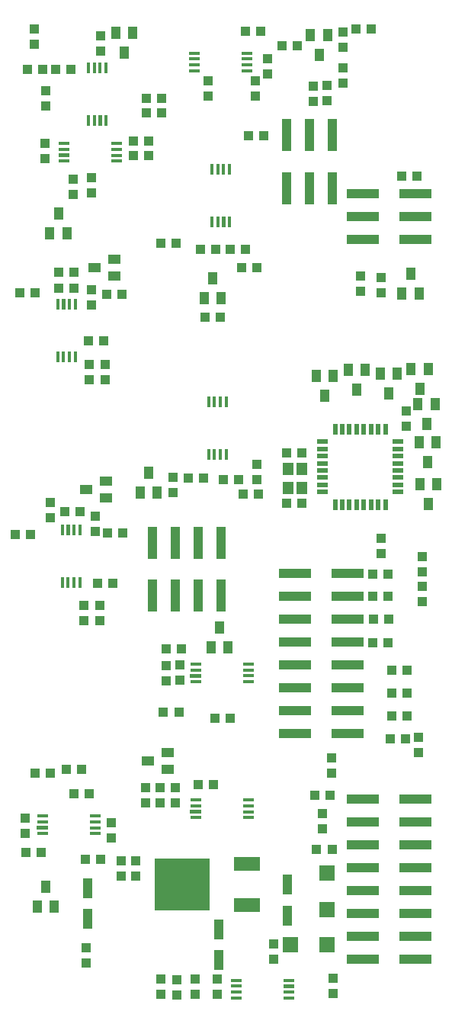
<source format=gbr>
G04 #@! TF.GenerationSoftware,KiCad,Pcbnew,(6.0.0-rc1-dev-1542-gf9f87b3ff-dirty)*
G04 #@! TF.CreationDate,2019-02-04T09:57:11-08:00
G04 #@! TF.ProjectId,qcd-23,7163642d-3233-42e6-9b69-6361645f7063,rev?*
G04 #@! TF.SameCoordinates,Original*
G04 #@! TF.FileFunction,Paste,Top*
G04 #@! TF.FilePolarity,Positive*
%FSLAX46Y46*%
G04 Gerber Fmt 4.6, Leading zero omitted, Abs format (unit mm)*
G04 Created by KiCad (PCBNEW (6.0.0-rc1-dev-1542-gf9f87b3ff-dirty)) date Monday, 04 February 2019 at 09:57:11*
%MOMM*%
%LPD*%
G04 APERTURE LIST*
%ADD10R,1.000000X1.000000*%
%ADD11R,0.400000X1.200000*%
%ADD12C,0.127000*%
%ADD13C,0.400000*%
%ADD14R,1.200000X0.400000*%
%ADD15R,1.000000X1.400000*%
%ADD16R,1.400000X1.000000*%
%ADD17R,3.556000X1.016000*%
%ADD18R,3.000000X1.600000*%
%ADD19R,6.200000X5.800000*%
%ADD20R,1.700000X1.800000*%
%ADD21R,1.000000X2.300000*%
%ADD22R,1.800000X1.700000*%
%ADD23R,1.016000X3.556000*%
%ADD24R,0.500000X1.250000*%
%ADD25R,1.250000X0.500000*%
%ADD26R,1.150000X1.400000*%
G04 APERTURE END LIST*
D10*
X128816100Y-59790700D03*
X128816100Y-58090700D03*
X146000100Y-75730100D03*
X147700100Y-75730100D03*
X148208100Y-83223100D03*
X146508100Y-83223100D03*
X127546100Y-52958100D03*
X127546100Y-51258100D03*
X128689100Y-65658100D03*
X128689100Y-63958100D03*
X163741100Y-78690100D03*
X163741100Y-80390100D03*
X150572100Y-77762100D03*
X152272100Y-77762100D03*
X133896100Y-67768100D03*
X133896100Y-69468100D03*
X138507100Y-65316100D03*
X140207100Y-65316100D03*
X140207100Y-63665100D03*
X138507100Y-63665100D03*
X168909100Y-122466100D03*
X167209100Y-122466100D03*
D11*
X149222100Y-72686100D03*
D12*
G36*
X148746844Y-72086235D02*
G01*
X148749563Y-72086638D01*
X148752228Y-72087306D01*
X148754815Y-72088231D01*
X148757299Y-72089406D01*
X148759656Y-72090819D01*
X148761863Y-72092456D01*
X148763899Y-72094301D01*
X148765744Y-72096337D01*
X148767381Y-72098544D01*
X148768794Y-72100901D01*
X148769969Y-72103385D01*
X148770894Y-72105972D01*
X148771562Y-72108637D01*
X148771965Y-72111356D01*
X148772100Y-72114100D01*
X148772100Y-73258100D01*
X148771965Y-73260844D01*
X148771562Y-73263563D01*
X148770894Y-73266228D01*
X148769969Y-73268815D01*
X148768794Y-73271299D01*
X148767381Y-73273656D01*
X148765744Y-73275863D01*
X148763899Y-73277899D01*
X148761863Y-73279744D01*
X148759656Y-73281381D01*
X148757299Y-73282794D01*
X148754815Y-73283969D01*
X148752228Y-73284894D01*
X148749563Y-73285562D01*
X148746844Y-73285965D01*
X148744100Y-73286100D01*
X148400100Y-73286100D01*
X148397356Y-73285965D01*
X148394637Y-73285562D01*
X148391972Y-73284894D01*
X148389385Y-73283969D01*
X148386901Y-73282794D01*
X148384544Y-73281381D01*
X148382337Y-73279744D01*
X148380301Y-73277899D01*
X148378456Y-73275863D01*
X148376819Y-73273656D01*
X148375406Y-73271299D01*
X148374231Y-73268815D01*
X148373306Y-73266228D01*
X148372638Y-73263563D01*
X148372235Y-73260844D01*
X148372100Y-73258100D01*
X148372100Y-72114100D01*
X148372235Y-72111356D01*
X148372638Y-72108637D01*
X148373306Y-72105972D01*
X148374231Y-72103385D01*
X148375406Y-72100901D01*
X148376819Y-72098544D01*
X148378456Y-72096337D01*
X148380301Y-72094301D01*
X148382337Y-72092456D01*
X148384544Y-72090819D01*
X148386901Y-72089406D01*
X148389385Y-72088231D01*
X148391972Y-72087306D01*
X148394637Y-72086638D01*
X148397356Y-72086235D01*
X148400100Y-72086100D01*
X148744100Y-72086100D01*
X148746844Y-72086235D01*
X148746844Y-72086235D01*
G37*
D13*
X148572100Y-72686100D03*
D11*
X147922100Y-72686100D03*
X147272100Y-72686100D03*
X147272100Y-66836100D03*
X147922100Y-66836100D03*
X148572100Y-66836100D03*
X149222100Y-66836100D03*
D14*
X130844100Y-65910100D03*
D12*
G36*
X131418844Y-65060235D02*
G01*
X131421563Y-65060638D01*
X131424228Y-65061306D01*
X131426815Y-65062231D01*
X131429299Y-65063406D01*
X131431656Y-65064819D01*
X131433863Y-65066456D01*
X131435899Y-65068301D01*
X131437744Y-65070337D01*
X131439381Y-65072544D01*
X131440794Y-65074901D01*
X131441969Y-65077385D01*
X131442894Y-65079972D01*
X131443562Y-65082637D01*
X131443965Y-65085356D01*
X131444100Y-65088100D01*
X131444100Y-65432100D01*
X131443965Y-65434844D01*
X131443562Y-65437563D01*
X131442894Y-65440228D01*
X131441969Y-65442815D01*
X131440794Y-65445299D01*
X131439381Y-65447656D01*
X131437744Y-65449863D01*
X131435899Y-65451899D01*
X131433863Y-65453744D01*
X131431656Y-65455381D01*
X131429299Y-65456794D01*
X131426815Y-65457969D01*
X131424228Y-65458894D01*
X131421563Y-65459562D01*
X131418844Y-65459965D01*
X131416100Y-65460100D01*
X130272100Y-65460100D01*
X130269356Y-65459965D01*
X130266637Y-65459562D01*
X130263972Y-65458894D01*
X130261385Y-65457969D01*
X130258901Y-65456794D01*
X130256544Y-65455381D01*
X130254337Y-65453744D01*
X130252301Y-65451899D01*
X130250456Y-65449863D01*
X130248819Y-65447656D01*
X130247406Y-65445299D01*
X130246231Y-65442815D01*
X130245306Y-65440228D01*
X130244638Y-65437563D01*
X130244235Y-65434844D01*
X130244100Y-65432100D01*
X130244100Y-65088100D01*
X130244235Y-65085356D01*
X130244638Y-65082637D01*
X130245306Y-65079972D01*
X130246231Y-65077385D01*
X130247406Y-65074901D01*
X130248819Y-65072544D01*
X130250456Y-65070337D01*
X130252301Y-65068301D01*
X130254337Y-65066456D01*
X130256544Y-65064819D01*
X130258901Y-65063406D01*
X130261385Y-65062231D01*
X130263972Y-65061306D01*
X130266637Y-65060638D01*
X130269356Y-65060235D01*
X130272100Y-65060100D01*
X131416100Y-65060100D01*
X131418844Y-65060235D01*
X131418844Y-65060235D01*
G37*
D13*
X130844100Y-65260100D03*
D14*
X130844100Y-64610100D03*
X130844100Y-63960100D03*
X136694100Y-63960100D03*
X136694100Y-64610100D03*
X136694100Y-65260100D03*
X136694100Y-65910100D03*
D15*
X129263100Y-73909100D03*
X131163100Y-73909100D03*
X130213100Y-71709100D03*
D10*
X131864100Y-67895100D03*
X131864100Y-69595100D03*
X166027100Y-80517100D03*
X166027100Y-78817100D03*
D15*
X168379100Y-80640100D03*
X170279100Y-80640100D03*
X169329100Y-78440100D03*
X164310100Y-89108100D03*
X162410100Y-89108100D03*
X163360100Y-91308100D03*
X146408100Y-81148100D03*
X148308100Y-81148100D03*
X147358100Y-78948100D03*
D10*
X149302100Y-75730100D03*
X151002100Y-75730100D03*
X127634100Y-80556100D03*
X125934100Y-80556100D03*
X133896100Y-80214100D03*
X133896100Y-81914100D03*
X130252100Y-80048100D03*
X131952100Y-80048100D03*
X166103300Y-109523900D03*
X166103300Y-107823900D03*
X150699100Y-102908100D03*
X152399100Y-102908100D03*
X133642100Y-88469100D03*
X133642100Y-90169100D03*
X135420100Y-88469100D03*
X135420100Y-90169100D03*
X135254100Y-85890100D03*
X133554100Y-85890100D03*
X168909100Y-125006100D03*
X167209100Y-125006100D03*
X144603100Y-101130100D03*
X146303100Y-101130100D03*
X142913100Y-101042100D03*
X142913100Y-102742100D03*
D11*
X148841100Y-98467100D03*
D12*
G36*
X148365844Y-97867235D02*
G01*
X148368563Y-97867638D01*
X148371228Y-97868306D01*
X148373815Y-97869231D01*
X148376299Y-97870406D01*
X148378656Y-97871819D01*
X148380863Y-97873456D01*
X148382899Y-97875301D01*
X148384744Y-97877337D01*
X148386381Y-97879544D01*
X148387794Y-97881901D01*
X148388969Y-97884385D01*
X148389894Y-97886972D01*
X148390562Y-97889637D01*
X148390965Y-97892356D01*
X148391100Y-97895100D01*
X148391100Y-99039100D01*
X148390965Y-99041844D01*
X148390562Y-99044563D01*
X148389894Y-99047228D01*
X148388969Y-99049815D01*
X148387794Y-99052299D01*
X148386381Y-99054656D01*
X148384744Y-99056863D01*
X148382899Y-99058899D01*
X148380863Y-99060744D01*
X148378656Y-99062381D01*
X148376299Y-99063794D01*
X148373815Y-99064969D01*
X148371228Y-99065894D01*
X148368563Y-99066562D01*
X148365844Y-99066965D01*
X148363100Y-99067100D01*
X148019100Y-99067100D01*
X148016356Y-99066965D01*
X148013637Y-99066562D01*
X148010972Y-99065894D01*
X148008385Y-99064969D01*
X148005901Y-99063794D01*
X148003544Y-99062381D01*
X148001337Y-99060744D01*
X147999301Y-99058899D01*
X147997456Y-99056863D01*
X147995819Y-99054656D01*
X147994406Y-99052299D01*
X147993231Y-99049815D01*
X147992306Y-99047228D01*
X147991638Y-99044563D01*
X147991235Y-99041844D01*
X147991100Y-99039100D01*
X147991100Y-97895100D01*
X147991235Y-97892356D01*
X147991638Y-97889637D01*
X147992306Y-97886972D01*
X147993231Y-97884385D01*
X147994406Y-97881901D01*
X147995819Y-97879544D01*
X147997456Y-97877337D01*
X147999301Y-97875301D01*
X148001337Y-97873456D01*
X148003544Y-97871819D01*
X148005901Y-97870406D01*
X148008385Y-97869231D01*
X148010972Y-97868306D01*
X148013637Y-97867638D01*
X148016356Y-97867235D01*
X148019100Y-97867100D01*
X148363100Y-97867100D01*
X148365844Y-97867235D01*
X148365844Y-97867235D01*
G37*
D13*
X148191100Y-98467100D03*
D11*
X147541100Y-98467100D03*
X146891100Y-98467100D03*
X146891100Y-92617100D03*
X147541100Y-92617100D03*
X148191100Y-92617100D03*
X148841100Y-92617100D03*
X130127100Y-81822100D03*
D12*
G36*
X130951844Y-81222235D02*
G01*
X130954563Y-81222638D01*
X130957228Y-81223306D01*
X130959815Y-81224231D01*
X130962299Y-81225406D01*
X130964656Y-81226819D01*
X130966863Y-81228456D01*
X130968899Y-81230301D01*
X130970744Y-81232337D01*
X130972381Y-81234544D01*
X130973794Y-81236901D01*
X130974969Y-81239385D01*
X130975894Y-81241972D01*
X130976562Y-81244637D01*
X130976965Y-81247356D01*
X130977100Y-81250100D01*
X130977100Y-82394100D01*
X130976965Y-82396844D01*
X130976562Y-82399563D01*
X130975894Y-82402228D01*
X130974969Y-82404815D01*
X130973794Y-82407299D01*
X130972381Y-82409656D01*
X130970744Y-82411863D01*
X130968899Y-82413899D01*
X130966863Y-82415744D01*
X130964656Y-82417381D01*
X130962299Y-82418794D01*
X130959815Y-82419969D01*
X130957228Y-82420894D01*
X130954563Y-82421562D01*
X130951844Y-82421965D01*
X130949100Y-82422100D01*
X130605100Y-82422100D01*
X130602356Y-82421965D01*
X130599637Y-82421562D01*
X130596972Y-82420894D01*
X130594385Y-82419969D01*
X130591901Y-82418794D01*
X130589544Y-82417381D01*
X130587337Y-82415744D01*
X130585301Y-82413899D01*
X130583456Y-82411863D01*
X130581819Y-82409656D01*
X130580406Y-82407299D01*
X130579231Y-82404815D01*
X130578306Y-82402228D01*
X130577638Y-82399563D01*
X130577235Y-82396844D01*
X130577100Y-82394100D01*
X130577100Y-81250100D01*
X130577235Y-81247356D01*
X130577638Y-81244637D01*
X130578306Y-81241972D01*
X130579231Y-81239385D01*
X130580406Y-81236901D01*
X130581819Y-81234544D01*
X130583456Y-81232337D01*
X130585301Y-81230301D01*
X130587337Y-81228456D01*
X130589544Y-81226819D01*
X130591901Y-81225406D01*
X130594385Y-81224231D01*
X130596972Y-81223306D01*
X130599637Y-81222638D01*
X130602356Y-81222235D01*
X130605100Y-81222100D01*
X130949100Y-81222100D01*
X130951844Y-81222235D01*
X130951844Y-81222235D01*
G37*
D13*
X130777100Y-81822100D03*
D11*
X131427100Y-81822100D03*
X132077100Y-81822100D03*
X132077100Y-87672100D03*
X131427100Y-87672100D03*
X130777100Y-87672100D03*
X130127100Y-87672100D03*
D16*
X136393100Y-78712100D03*
X136393100Y-76812100D03*
X134193100Y-77762100D03*
D10*
X130252100Y-78270100D03*
X131952100Y-78270100D03*
X168821100Y-93676100D03*
X168821100Y-95376100D03*
D15*
X172057100Y-92918100D03*
X170157100Y-92918100D03*
X171107100Y-95118100D03*
X160754100Y-89743100D03*
X158854100Y-89743100D03*
X159804100Y-91943100D03*
X139296100Y-102738100D03*
X141196100Y-102738100D03*
X140246100Y-100538100D03*
D10*
X148540100Y-101257100D03*
X150240100Y-101257100D03*
D17*
X156498500Y-114236500D03*
X156498500Y-129476500D03*
X162347700Y-129476500D03*
X156498500Y-126936500D03*
X162347700Y-126936500D03*
X156498500Y-124396500D03*
X162347700Y-124396500D03*
X156498500Y-121856500D03*
X162347700Y-121856500D03*
X156498500Y-119316500D03*
X162347700Y-119316500D03*
X156498500Y-116776500D03*
X156498500Y-111696500D03*
X162347700Y-116776500D03*
X162347700Y-114236500D03*
X162347700Y-111696500D03*
D10*
X127126100Y-107353100D03*
X125426100Y-107353100D03*
X134277100Y-105360100D03*
X134277100Y-107060100D03*
X130887100Y-104813100D03*
X132587100Y-104813100D03*
X160566100Y-133857100D03*
X160566100Y-132157100D03*
X147625700Y-127800100D03*
X149325700Y-127800100D03*
X133007100Y-115266100D03*
X133007100Y-116966100D03*
X134785100Y-115266100D03*
X134785100Y-116966100D03*
X136270100Y-112814100D03*
X134570100Y-112814100D03*
X168909100Y-127546100D03*
X167209100Y-127546100D03*
X142151100Y-121920900D03*
X142151100Y-123620900D03*
X142215500Y-120078500D03*
X143915500Y-120078500D03*
D14*
X145449100Y-123720500D03*
D12*
G36*
X146023844Y-122870635D02*
G01*
X146026563Y-122871038D01*
X146029228Y-122871706D01*
X146031815Y-122872631D01*
X146034299Y-122873806D01*
X146036656Y-122875219D01*
X146038863Y-122876856D01*
X146040899Y-122878701D01*
X146042744Y-122880737D01*
X146044381Y-122882944D01*
X146045794Y-122885301D01*
X146046969Y-122887785D01*
X146047894Y-122890372D01*
X146048562Y-122893037D01*
X146048965Y-122895756D01*
X146049100Y-122898500D01*
X146049100Y-123242500D01*
X146048965Y-123245244D01*
X146048562Y-123247963D01*
X146047894Y-123250628D01*
X146046969Y-123253215D01*
X146045794Y-123255699D01*
X146044381Y-123258056D01*
X146042744Y-123260263D01*
X146040899Y-123262299D01*
X146038863Y-123264144D01*
X146036656Y-123265781D01*
X146034299Y-123267194D01*
X146031815Y-123268369D01*
X146029228Y-123269294D01*
X146026563Y-123269962D01*
X146023844Y-123270365D01*
X146021100Y-123270500D01*
X144877100Y-123270500D01*
X144874356Y-123270365D01*
X144871637Y-123269962D01*
X144868972Y-123269294D01*
X144866385Y-123268369D01*
X144863901Y-123267194D01*
X144861544Y-123265781D01*
X144859337Y-123264144D01*
X144857301Y-123262299D01*
X144855456Y-123260263D01*
X144853819Y-123258056D01*
X144852406Y-123255699D01*
X144851231Y-123253215D01*
X144850306Y-123250628D01*
X144849638Y-123247963D01*
X144849235Y-123245244D01*
X144849100Y-123242500D01*
X144849100Y-122898500D01*
X144849235Y-122895756D01*
X144849638Y-122893037D01*
X144850306Y-122890372D01*
X144851231Y-122887785D01*
X144852406Y-122885301D01*
X144853819Y-122882944D01*
X144855456Y-122880737D01*
X144857301Y-122878701D01*
X144859337Y-122876856D01*
X144861544Y-122875219D01*
X144863901Y-122873806D01*
X144866385Y-122872631D01*
X144868972Y-122871706D01*
X144871637Y-122871038D01*
X144874356Y-122870635D01*
X144877100Y-122870500D01*
X146021100Y-122870500D01*
X146023844Y-122870635D01*
X146023844Y-122870635D01*
G37*
D13*
X145449100Y-123070500D03*
D14*
X145449100Y-122420500D03*
X145449100Y-121770500D03*
X151299100Y-121770500D03*
X151299100Y-122420500D03*
X151299100Y-123070500D03*
X151299100Y-123720500D03*
D11*
X130635100Y-106841100D03*
D12*
G36*
X131459844Y-106241235D02*
G01*
X131462563Y-106241638D01*
X131465228Y-106242306D01*
X131467815Y-106243231D01*
X131470299Y-106244406D01*
X131472656Y-106245819D01*
X131474863Y-106247456D01*
X131476899Y-106249301D01*
X131478744Y-106251337D01*
X131480381Y-106253544D01*
X131481794Y-106255901D01*
X131482969Y-106258385D01*
X131483894Y-106260972D01*
X131484562Y-106263637D01*
X131484965Y-106266356D01*
X131485100Y-106269100D01*
X131485100Y-107413100D01*
X131484965Y-107415844D01*
X131484562Y-107418563D01*
X131483894Y-107421228D01*
X131482969Y-107423815D01*
X131481794Y-107426299D01*
X131480381Y-107428656D01*
X131478744Y-107430863D01*
X131476899Y-107432899D01*
X131474863Y-107434744D01*
X131472656Y-107436381D01*
X131470299Y-107437794D01*
X131467815Y-107438969D01*
X131465228Y-107439894D01*
X131462563Y-107440562D01*
X131459844Y-107440965D01*
X131457100Y-107441100D01*
X131113100Y-107441100D01*
X131110356Y-107440965D01*
X131107637Y-107440562D01*
X131104972Y-107439894D01*
X131102385Y-107438969D01*
X131099901Y-107437794D01*
X131097544Y-107436381D01*
X131095337Y-107434744D01*
X131093301Y-107432899D01*
X131091456Y-107430863D01*
X131089819Y-107428656D01*
X131088406Y-107426299D01*
X131087231Y-107423815D01*
X131086306Y-107421228D01*
X131085638Y-107418563D01*
X131085235Y-107415844D01*
X131085100Y-107413100D01*
X131085100Y-106269100D01*
X131085235Y-106266356D01*
X131085638Y-106263637D01*
X131086306Y-106260972D01*
X131087231Y-106258385D01*
X131088406Y-106255901D01*
X131089819Y-106253544D01*
X131091456Y-106251337D01*
X131093301Y-106249301D01*
X131095337Y-106247456D01*
X131097544Y-106245819D01*
X131099901Y-106244406D01*
X131102385Y-106243231D01*
X131104972Y-106242306D01*
X131107637Y-106241638D01*
X131110356Y-106241235D01*
X131113100Y-106241100D01*
X131457100Y-106241100D01*
X131459844Y-106241235D01*
X131459844Y-106241235D01*
G37*
D13*
X131285100Y-106841100D03*
D11*
X131935100Y-106841100D03*
X132585100Y-106841100D03*
X132585100Y-112691100D03*
X131935100Y-112691100D03*
X131285100Y-112691100D03*
X130635100Y-112691100D03*
D16*
X135504100Y-103350100D03*
X135504100Y-101450100D03*
X133304100Y-102400100D03*
D10*
X129324100Y-105536100D03*
X129324100Y-103836100D03*
X158725500Y-136334500D03*
X160425500Y-136334500D03*
D15*
X171295100Y-88981100D03*
X169395100Y-88981100D03*
X170345100Y-91181100D03*
X172260300Y-101782700D03*
X170360300Y-101782700D03*
X171310300Y-103982700D03*
X147170100Y-119933900D03*
X149070100Y-119933900D03*
X148120100Y-117733900D03*
D10*
X143700500Y-123570100D03*
X143700500Y-121870100D03*
X127585100Y-133896100D03*
X129285100Y-133896100D03*
X131903100Y-136182100D03*
X133603100Y-136182100D03*
X126530100Y-140588100D03*
X126530100Y-138888100D03*
X160693100Y-156668100D03*
X160693100Y-158368100D03*
X145746100Y-135166100D03*
X147446100Y-135166100D03*
X134873100Y-143421100D03*
X133173100Y-143421100D03*
X137172700Y-143612500D03*
X137172700Y-145312500D03*
X136055100Y-141096100D03*
X136055100Y-139396100D03*
X168782100Y-130086100D03*
X167082100Y-130086100D03*
X141516100Y-135459100D03*
X141516100Y-137159100D03*
X139865100Y-135459100D03*
X139865100Y-137159100D03*
D14*
X145449100Y-138808100D03*
D12*
G36*
X146023844Y-137958235D02*
G01*
X146026563Y-137958638D01*
X146029228Y-137959306D01*
X146031815Y-137960231D01*
X146034299Y-137961406D01*
X146036656Y-137962819D01*
X146038863Y-137964456D01*
X146040899Y-137966301D01*
X146042744Y-137968337D01*
X146044381Y-137970544D01*
X146045794Y-137972901D01*
X146046969Y-137975385D01*
X146047894Y-137977972D01*
X146048562Y-137980637D01*
X146048965Y-137983356D01*
X146049100Y-137986100D01*
X146049100Y-138330100D01*
X146048965Y-138332844D01*
X146048562Y-138335563D01*
X146047894Y-138338228D01*
X146046969Y-138340815D01*
X146045794Y-138343299D01*
X146044381Y-138345656D01*
X146042744Y-138347863D01*
X146040899Y-138349899D01*
X146038863Y-138351744D01*
X146036656Y-138353381D01*
X146034299Y-138354794D01*
X146031815Y-138355969D01*
X146029228Y-138356894D01*
X146026563Y-138357562D01*
X146023844Y-138357965D01*
X146021100Y-138358100D01*
X144877100Y-138358100D01*
X144874356Y-138357965D01*
X144871637Y-138357562D01*
X144868972Y-138356894D01*
X144866385Y-138355969D01*
X144863901Y-138354794D01*
X144861544Y-138353381D01*
X144859337Y-138351744D01*
X144857301Y-138349899D01*
X144855456Y-138347863D01*
X144853819Y-138345656D01*
X144852406Y-138343299D01*
X144851231Y-138340815D01*
X144850306Y-138338228D01*
X144849638Y-138335563D01*
X144849235Y-138332844D01*
X144849100Y-138330100D01*
X144849100Y-137986100D01*
X144849235Y-137983356D01*
X144849638Y-137980637D01*
X144850306Y-137977972D01*
X144851231Y-137975385D01*
X144852406Y-137972901D01*
X144853819Y-137970544D01*
X144855456Y-137968337D01*
X144857301Y-137966301D01*
X144859337Y-137964456D01*
X144861544Y-137962819D01*
X144863901Y-137961406D01*
X144866385Y-137960231D01*
X144868972Y-137959306D01*
X144871637Y-137958638D01*
X144874356Y-137958235D01*
X144877100Y-137958100D01*
X146021100Y-137958100D01*
X146023844Y-137958235D01*
X146023844Y-137958235D01*
G37*
D13*
X145449100Y-138158100D03*
D14*
X145449100Y-137508100D03*
X145449100Y-136858100D03*
X151299100Y-136858100D03*
X151299100Y-137508100D03*
X151299100Y-138158100D03*
X151299100Y-138808100D03*
X128431100Y-140586100D03*
D12*
G36*
X129005844Y-139736235D02*
G01*
X129008563Y-139736638D01*
X129011228Y-139737306D01*
X129013815Y-139738231D01*
X129016299Y-139739406D01*
X129018656Y-139740819D01*
X129020863Y-139742456D01*
X129022899Y-139744301D01*
X129024744Y-139746337D01*
X129026381Y-139748544D01*
X129027794Y-139750901D01*
X129028969Y-139753385D01*
X129029894Y-139755972D01*
X129030562Y-139758637D01*
X129030965Y-139761356D01*
X129031100Y-139764100D01*
X129031100Y-140108100D01*
X129030965Y-140110844D01*
X129030562Y-140113563D01*
X129029894Y-140116228D01*
X129028969Y-140118815D01*
X129027794Y-140121299D01*
X129026381Y-140123656D01*
X129024744Y-140125863D01*
X129022899Y-140127899D01*
X129020863Y-140129744D01*
X129018656Y-140131381D01*
X129016299Y-140132794D01*
X129013815Y-140133969D01*
X129011228Y-140134894D01*
X129008563Y-140135562D01*
X129005844Y-140135965D01*
X129003100Y-140136100D01*
X127859100Y-140136100D01*
X127856356Y-140135965D01*
X127853637Y-140135562D01*
X127850972Y-140134894D01*
X127848385Y-140133969D01*
X127845901Y-140132794D01*
X127843544Y-140131381D01*
X127841337Y-140129744D01*
X127839301Y-140127899D01*
X127837456Y-140125863D01*
X127835819Y-140123656D01*
X127834406Y-140121299D01*
X127833231Y-140118815D01*
X127832306Y-140116228D01*
X127831638Y-140113563D01*
X127831235Y-140110844D01*
X127831100Y-140108100D01*
X127831100Y-139764100D01*
X127831235Y-139761356D01*
X127831638Y-139758637D01*
X127832306Y-139755972D01*
X127833231Y-139753385D01*
X127834406Y-139750901D01*
X127835819Y-139748544D01*
X127837456Y-139746337D01*
X127839301Y-139744301D01*
X127841337Y-139742456D01*
X127843544Y-139740819D01*
X127845901Y-139739406D01*
X127848385Y-139738231D01*
X127850972Y-139737306D01*
X127853637Y-139736638D01*
X127856356Y-139736235D01*
X127859100Y-139736100D01*
X129003100Y-139736100D01*
X129005844Y-139736235D01*
X129005844Y-139736235D01*
G37*
D13*
X128431100Y-139936100D03*
D14*
X128431100Y-139286100D03*
X128431100Y-138636100D03*
X134281100Y-138636100D03*
X134281100Y-139286100D03*
X134281100Y-139936100D03*
X134281100Y-140586100D03*
D15*
X127866100Y-148712100D03*
X129766100Y-148712100D03*
X128816100Y-146512100D03*
D10*
X126569100Y-142659100D03*
X128269100Y-142659100D03*
X170243500Y-131621900D03*
X170243500Y-129921900D03*
D15*
X167866100Y-89489100D03*
X165966100Y-89489100D03*
X166916100Y-91689100D03*
X172184100Y-97109100D03*
X170284100Y-97109100D03*
X171234100Y-99309100D03*
D16*
X142362100Y-133449100D03*
X142362100Y-131549100D03*
X140162100Y-132499100D03*
D10*
X143167100Y-137159100D03*
X143167100Y-135459100D03*
X152653100Y-51473100D03*
X150953100Y-51473100D03*
D14*
X145322100Y-55877100D03*
D12*
G36*
X145896844Y-55027235D02*
G01*
X145899563Y-55027638D01*
X145902228Y-55028306D01*
X145904815Y-55029231D01*
X145907299Y-55030406D01*
X145909656Y-55031819D01*
X145911863Y-55033456D01*
X145913899Y-55035301D01*
X145915744Y-55037337D01*
X145917381Y-55039544D01*
X145918794Y-55041901D01*
X145919969Y-55044385D01*
X145920894Y-55046972D01*
X145921562Y-55049637D01*
X145921965Y-55052356D01*
X145922100Y-55055100D01*
X145922100Y-55399100D01*
X145921965Y-55401844D01*
X145921562Y-55404563D01*
X145920894Y-55407228D01*
X145919969Y-55409815D01*
X145918794Y-55412299D01*
X145917381Y-55414656D01*
X145915744Y-55416863D01*
X145913899Y-55418899D01*
X145911863Y-55420744D01*
X145909656Y-55422381D01*
X145907299Y-55423794D01*
X145904815Y-55424969D01*
X145902228Y-55425894D01*
X145899563Y-55426562D01*
X145896844Y-55426965D01*
X145894100Y-55427100D01*
X144750100Y-55427100D01*
X144747356Y-55426965D01*
X144744637Y-55426562D01*
X144741972Y-55425894D01*
X144739385Y-55424969D01*
X144736901Y-55423794D01*
X144734544Y-55422381D01*
X144732337Y-55420744D01*
X144730301Y-55418899D01*
X144728456Y-55416863D01*
X144726819Y-55414656D01*
X144725406Y-55412299D01*
X144724231Y-55409815D01*
X144723306Y-55407228D01*
X144722638Y-55404563D01*
X144722235Y-55401844D01*
X144722100Y-55399100D01*
X144722100Y-55055100D01*
X144722235Y-55052356D01*
X144722638Y-55049637D01*
X144723306Y-55046972D01*
X144724231Y-55044385D01*
X144725406Y-55041901D01*
X144726819Y-55039544D01*
X144728456Y-55037337D01*
X144730301Y-55035301D01*
X144732337Y-55033456D01*
X144734544Y-55031819D01*
X144736901Y-55030406D01*
X144739385Y-55029231D01*
X144741972Y-55028306D01*
X144744637Y-55027638D01*
X144747356Y-55027235D01*
X144750100Y-55027100D01*
X145894100Y-55027100D01*
X145896844Y-55027235D01*
X145896844Y-55027235D01*
G37*
D13*
X145322100Y-55227100D03*
D14*
X145322100Y-54577100D03*
X145322100Y-53927100D03*
X151172100Y-53927100D03*
X151172100Y-54577100D03*
X151172100Y-55227100D03*
X151172100Y-55877100D03*
D10*
X153454100Y-54560100D03*
X153454100Y-56260100D03*
X152107900Y-58673100D03*
X152107900Y-56973100D03*
X155017100Y-53124100D03*
X156717100Y-53124100D03*
D15*
X160119100Y-51897100D03*
X158219100Y-51897100D03*
X159169100Y-54097100D03*
D10*
X163272100Y-51219100D03*
X164972100Y-51219100D03*
X161836100Y-57276100D03*
X161836100Y-55576100D03*
X160058100Y-59181100D03*
X160058100Y-57481100D03*
X141654900Y-58940700D03*
X139954900Y-58940700D03*
X158903300Y-142328900D03*
X160603300Y-142328900D03*
D18*
X151142100Y-143935100D03*
X151142100Y-148495100D03*
D19*
X143962100Y-146215100D03*
D17*
X164042300Y-139306300D03*
X164042300Y-154546300D03*
X169891500Y-154546300D03*
X164042300Y-152006300D03*
X169891500Y-152006300D03*
X164042300Y-149466300D03*
X169891500Y-149466300D03*
X164042300Y-146926300D03*
X169891500Y-146926300D03*
X164042300Y-144386300D03*
X169891500Y-144386300D03*
X164042300Y-141846300D03*
X164042300Y-136766300D03*
X169891500Y-141846300D03*
X169891500Y-139306300D03*
X169891500Y-136766300D03*
D20*
X160032700Y-149002500D03*
X160032700Y-145002500D03*
D21*
X148018500Y-151195700D03*
X148018500Y-154620700D03*
X155663900Y-149692700D03*
X155663900Y-146267700D03*
D11*
X135506100Y-61383100D03*
D12*
G36*
X135030844Y-60783235D02*
G01*
X135033563Y-60783638D01*
X135036228Y-60784306D01*
X135038815Y-60785231D01*
X135041299Y-60786406D01*
X135043656Y-60787819D01*
X135045863Y-60789456D01*
X135047899Y-60791301D01*
X135049744Y-60793337D01*
X135051381Y-60795544D01*
X135052794Y-60797901D01*
X135053969Y-60800385D01*
X135054894Y-60802972D01*
X135055562Y-60805637D01*
X135055965Y-60808356D01*
X135056100Y-60811100D01*
X135056100Y-61955100D01*
X135055965Y-61957844D01*
X135055562Y-61960563D01*
X135054894Y-61963228D01*
X135053969Y-61965815D01*
X135052794Y-61968299D01*
X135051381Y-61970656D01*
X135049744Y-61972863D01*
X135047899Y-61974899D01*
X135045863Y-61976744D01*
X135043656Y-61978381D01*
X135041299Y-61979794D01*
X135038815Y-61980969D01*
X135036228Y-61981894D01*
X135033563Y-61982562D01*
X135030844Y-61982965D01*
X135028100Y-61983100D01*
X134684100Y-61983100D01*
X134681356Y-61982965D01*
X134678637Y-61982562D01*
X134675972Y-61981894D01*
X134673385Y-61980969D01*
X134670901Y-61979794D01*
X134668544Y-61978381D01*
X134666337Y-61976744D01*
X134664301Y-61974899D01*
X134662456Y-61972863D01*
X134660819Y-61970656D01*
X134659406Y-61968299D01*
X134658231Y-61965815D01*
X134657306Y-61963228D01*
X134656638Y-61960563D01*
X134656235Y-61957844D01*
X134656100Y-61955100D01*
X134656100Y-60811100D01*
X134656235Y-60808356D01*
X134656638Y-60805637D01*
X134657306Y-60802972D01*
X134658231Y-60800385D01*
X134659406Y-60797901D01*
X134660819Y-60795544D01*
X134662456Y-60793337D01*
X134664301Y-60791301D01*
X134666337Y-60789456D01*
X134668544Y-60787819D01*
X134670901Y-60786406D01*
X134673385Y-60785231D01*
X134675972Y-60784306D01*
X134678637Y-60783638D01*
X134681356Y-60783235D01*
X134684100Y-60783100D01*
X135028100Y-60783100D01*
X135030844Y-60783235D01*
X135030844Y-60783235D01*
G37*
D13*
X134856100Y-61383100D03*
D11*
X134206100Y-61383100D03*
X133556100Y-61383100D03*
X133556100Y-55533100D03*
X134206100Y-55533100D03*
X134856100Y-55533100D03*
X135506100Y-55533100D03*
D10*
X151308700Y-63055500D03*
X153008700Y-63055500D03*
D22*
X160026100Y-152946100D03*
X156026100Y-152946100D03*
D10*
X159575500Y-138380100D03*
X159575500Y-140080100D03*
D21*
X133489700Y-150073700D03*
X133489700Y-146648700D03*
D10*
X133261100Y-154939100D03*
X133261100Y-153239100D03*
X170599100Y-114807100D03*
X170599100Y-113107100D03*
X170599100Y-111505100D03*
X170599100Y-109805100D03*
X166826300Y-111747300D03*
X165126300Y-111747300D03*
X166851700Y-114261900D03*
X165151700Y-114261900D03*
X166902500Y-116776500D03*
X165202500Y-116776500D03*
X166851700Y-119367300D03*
X165151700Y-119367300D03*
D23*
X145757900Y-108314700D03*
X140677900Y-108314700D03*
X140677900Y-114163900D03*
X143217900Y-108314700D03*
X148297900Y-108314700D03*
X143217900Y-114163900D03*
X145757900Y-114163900D03*
X148297900Y-114163900D03*
D24*
X160941100Y-95660100D03*
X161741100Y-95660100D03*
X162541100Y-95660100D03*
X163341100Y-95660100D03*
X164141100Y-95660100D03*
X164941100Y-95660100D03*
X165741100Y-95660100D03*
X166541100Y-95660100D03*
D25*
X167941100Y-97060100D03*
X167941100Y-97860100D03*
X167941100Y-98660100D03*
X167941100Y-99460100D03*
X167941100Y-100260100D03*
X167941100Y-101060100D03*
X167941100Y-101860100D03*
X167941100Y-102660100D03*
D24*
X166541100Y-104060100D03*
X165741100Y-104060100D03*
X164941100Y-104060100D03*
X164141100Y-104060100D03*
X163341100Y-104060100D03*
X162541100Y-104060100D03*
X161741100Y-104060100D03*
X160941100Y-104060100D03*
D25*
X159541100Y-102660100D03*
X159541100Y-101860100D03*
X159541100Y-101060100D03*
X159541100Y-100260100D03*
X159541100Y-99460100D03*
X159541100Y-98660100D03*
X159541100Y-97860100D03*
X159541100Y-97060100D03*
D10*
X170052100Y-67602100D03*
X168352100Y-67602100D03*
D17*
X169866100Y-72047100D03*
X169866100Y-69507100D03*
X169866100Y-74587100D03*
X164016900Y-69507100D03*
X164016900Y-72047100D03*
X164016900Y-74587100D03*
D26*
X157252100Y-100080100D03*
X155752100Y-100080100D03*
X155752100Y-102180100D03*
X157252100Y-102180100D03*
D10*
X157225100Y-98336100D03*
X155525100Y-98336100D03*
X155525100Y-103924100D03*
X157225100Y-103924100D03*
D23*
X158127700Y-68901100D03*
X160667700Y-68901100D03*
X155587700Y-68901100D03*
X160667700Y-63051900D03*
X158127700Y-63051900D03*
X155587700Y-63051900D03*
D14*
X155794900Y-156873300D03*
D12*
G36*
X156369644Y-157323435D02*
G01*
X156372363Y-157323838D01*
X156375028Y-157324506D01*
X156377615Y-157325431D01*
X156380099Y-157326606D01*
X156382456Y-157328019D01*
X156384663Y-157329656D01*
X156386699Y-157331501D01*
X156388544Y-157333537D01*
X156390181Y-157335744D01*
X156391594Y-157338101D01*
X156392769Y-157340585D01*
X156393694Y-157343172D01*
X156394362Y-157345837D01*
X156394765Y-157348556D01*
X156394900Y-157351300D01*
X156394900Y-157695300D01*
X156394765Y-157698044D01*
X156394362Y-157700763D01*
X156393694Y-157703428D01*
X156392769Y-157706015D01*
X156391594Y-157708499D01*
X156390181Y-157710856D01*
X156388544Y-157713063D01*
X156386699Y-157715099D01*
X156384663Y-157716944D01*
X156382456Y-157718581D01*
X156380099Y-157719994D01*
X156377615Y-157721169D01*
X156375028Y-157722094D01*
X156372363Y-157722762D01*
X156369644Y-157723165D01*
X156366900Y-157723300D01*
X155222900Y-157723300D01*
X155220156Y-157723165D01*
X155217437Y-157722762D01*
X155214772Y-157722094D01*
X155212185Y-157721169D01*
X155209701Y-157719994D01*
X155207344Y-157718581D01*
X155205137Y-157716944D01*
X155203101Y-157715099D01*
X155201256Y-157713063D01*
X155199619Y-157710856D01*
X155198206Y-157708499D01*
X155197031Y-157706015D01*
X155196106Y-157703428D01*
X155195438Y-157700763D01*
X155195035Y-157698044D01*
X155194900Y-157695300D01*
X155194900Y-157351300D01*
X155195035Y-157348556D01*
X155195438Y-157345837D01*
X155196106Y-157343172D01*
X155197031Y-157340585D01*
X155198206Y-157338101D01*
X155199619Y-157335744D01*
X155201256Y-157333537D01*
X155203101Y-157331501D01*
X155205137Y-157329656D01*
X155207344Y-157328019D01*
X155209701Y-157326606D01*
X155212185Y-157325431D01*
X155214772Y-157324506D01*
X155217437Y-157323838D01*
X155220156Y-157323435D01*
X155222900Y-157323300D01*
X156366900Y-157323300D01*
X156369644Y-157323435D01*
X156369644Y-157323435D01*
G37*
D13*
X155794900Y-157523300D03*
D14*
X155794900Y-158173300D03*
X155794900Y-158823300D03*
X149944900Y-158823300D03*
X149944900Y-158173300D03*
X149944900Y-157523300D03*
X149944900Y-156873300D03*
D10*
X145402300Y-156718900D03*
X145402300Y-158418900D03*
X141566900Y-156744300D03*
X141566900Y-158444300D03*
X147840700Y-156769700D03*
X147840700Y-158469700D03*
X138823700Y-143637900D03*
X138823700Y-145337900D03*
X143395700Y-158520500D03*
X143395700Y-156820500D03*
X161861500Y-51613700D03*
X161861500Y-53313700D03*
X158534100Y-59308100D03*
X158534100Y-57608100D03*
X134937500Y-53720100D03*
X134937500Y-52020100D03*
X129921900Y-55689500D03*
X131621900Y-55689500D03*
X141654900Y-60540900D03*
X139954900Y-60540900D03*
X141555100Y-74993500D03*
X143255100Y-74993500D03*
X128446900Y-55765700D03*
X126746900Y-55765700D03*
X135560700Y-80733900D03*
X137260700Y-80733900D03*
X152234900Y-101294300D03*
X152234900Y-99594300D03*
X135636900Y-107226100D03*
X137336900Y-107226100D03*
X143585300Y-127139700D03*
X141885300Y-127139700D03*
X132815700Y-133413500D03*
X131115700Y-133413500D03*
X154139900Y-154532700D03*
X154139900Y-152832700D03*
D15*
X138478300Y-51643100D03*
X136578300Y-51643100D03*
X137528300Y-53843100D03*
D10*
X146824700Y-58673100D03*
X146824700Y-56973100D03*
M02*

</source>
